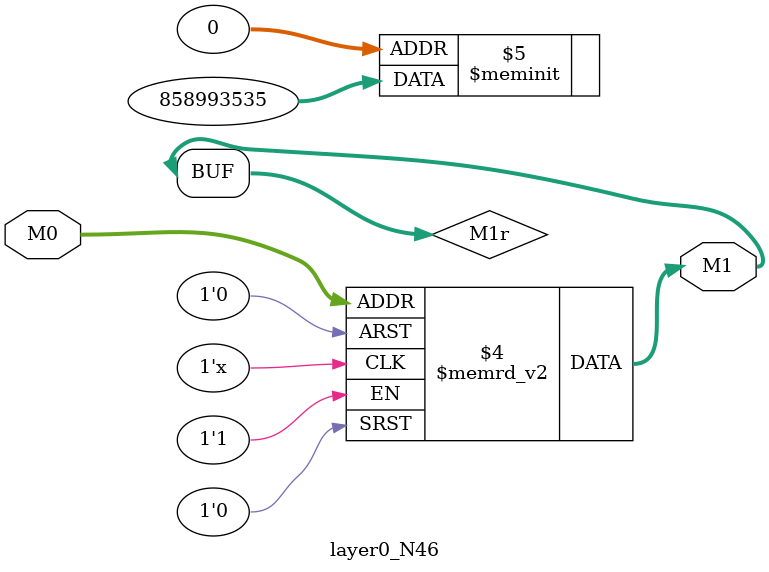
<source format=v>
module layer0_N46 ( input [3:0] M0, output [1:0] M1 );

	(*rom_style = "distributed" *) reg [1:0] M1r;
	assign M1 = M1r;
	always @ (M0) begin
		case (M0)
			4'b0000: M1r = 2'b11;
			4'b1000: M1r = 2'b11;
			4'b0100: M1r = 2'b11;
			4'b1100: M1r = 2'b11;
			4'b0010: M1r = 2'b11;
			4'b1010: M1r = 2'b11;
			4'b0110: M1r = 2'b11;
			4'b1110: M1r = 2'b11;
			4'b0001: M1r = 2'b11;
			4'b1001: M1r = 2'b00;
			4'b0101: M1r = 2'b00;
			4'b1101: M1r = 2'b00;
			4'b0011: M1r = 2'b01;
			4'b1011: M1r = 2'b00;
			4'b0111: M1r = 2'b00;
			4'b1111: M1r = 2'b00;

		endcase
	end
endmodule

</source>
